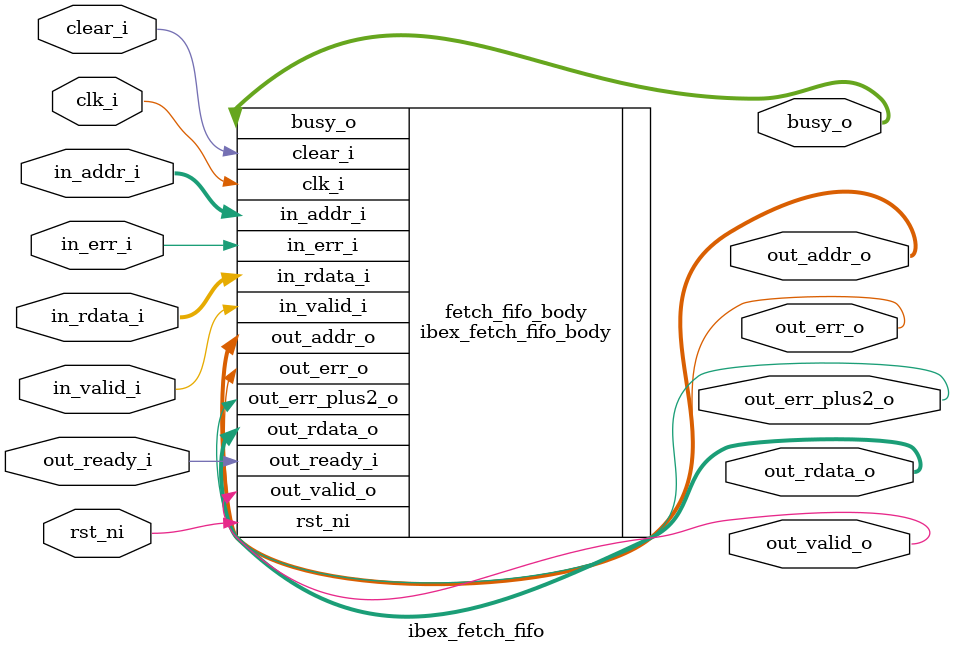
<source format=sv>

/**
 * Fetch Fifo for 32 bit memory interface
 *
 * input port: send address and data to the FIFO
 * clear_i clears the FIFO for the following cycle, including any new request
 */

`include "prim_assert.sv"
`include "ibex_fetch_fifo_body.sv"
module ibex_fetch_fifo #(
  parameter int unsigned NUM_REQS = 2,
  parameter bit          ResetAll = 1'b0
) (
  input  logic                clk_i,
  input  logic                rst_ni,

  // control signals
  input  logic                clear_i,   // clears the contents of the FIFO
  output logic [NUM_REQS-1:0] busy_o,

  // input port
  input  logic                in_valid_i,
  input  logic [31:0]         in_addr_i,
  input  logic [31:0]         in_rdata_i,
  input  logic                in_err_i,

  // output port
  output logic                out_valid_o,
  input  logic                out_ready_i,
  output logic [31:0]         out_addr_o,
  output logic [31:0]         out_rdata_o,
  output logic                out_err_o,
  output logic                out_err_plus2_o
);

ibex_fetch_fifo_body #(
  .NUM_REQS(NUM_REQS),
  .ResetAll(ResetAll)
)
fetch_fifo_body(
  .clk_i(clk_i),
  .rst_ni(rst_ni),

  // control signals
  .clear_i(clear_i),   // clears the contents of the FIFO
  .busy_o(busy_o),

  // input port
  .in_valid_i(in_valid_i),
  .in_addr_i(in_addr_i),
  .in_rdata_i(in_rdata_i),
  .in_err_i(in_err_i),

  // output port
  .out_valid_o(out_valid_o),
  .out_ready_i(out_ready_i),
  .out_addr_o(out_addr_o),
  .out_rdata_o(out_rdata_o),
  .out_err_o(out_err_o),
  .out_err_plus2_o(out_err_plus2_o)
);
endmodule

</source>
